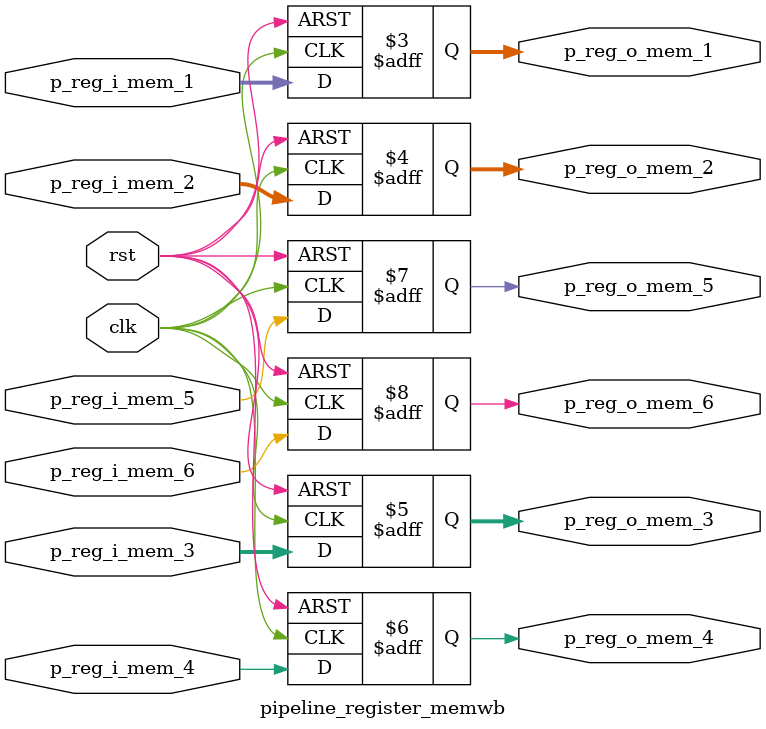
<source format=v>
module pipeline_register_memwb(
    input clk,
    input rst,
    input [31:0] p_reg_i_mem_1, //read data
    input [31:0] p_reg_i_mem_2, //alu output
    input [4:0] p_reg_i_mem_3, //inst[11:7] aka write register
    input p_reg_i_mem_4, //regwrite
    input p_reg_i_mem_5, //memtoreg
    input p_reg_i_mem_6, //jal_con
    output reg [31:0] p_reg_o_mem_1,
    output reg [31:0] p_reg_o_mem_2,
    output reg [4:0] p_reg_o_mem_3,
    output reg p_reg_o_mem_4, 
    output reg p_reg_o_mem_5, 
    output reg p_reg_o_mem_6
);

    always @ (posedge clk, negedge rst) begin
        if (rst == 1'b0)begin
            p_reg_o_mem_1 <= 32'h0;
            p_reg_o_mem_2 <= 32'h0;
            p_reg_o_mem_3 <= 5'b00000;
            p_reg_o_mem_4 <= 1'b0;
            p_reg_o_mem_5 <= 1'b0;
            p_reg_o_mem_6 <= 1'b0;
        end
        else begin
            p_reg_o_mem_1 <= p_reg_i_mem_1;
            p_reg_o_mem_2 <= p_reg_i_mem_2;
            p_reg_o_mem_3 <= p_reg_i_mem_3;
            p_reg_o_mem_4 <= p_reg_i_mem_4;
            p_reg_o_mem_5 <= p_reg_i_mem_5;
            p_reg_o_mem_6 <= p_reg_i_mem_6;
        end
    end

endmodule

</source>
